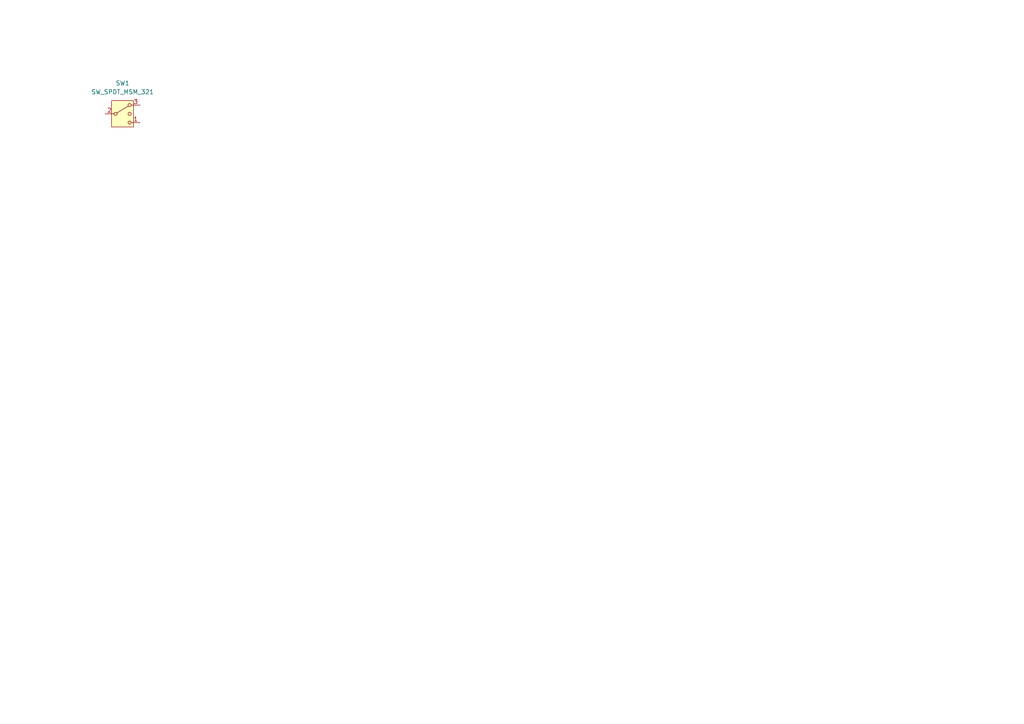
<source format=kicad_sch>
(kicad_sch (version 20250114) (generator "eeschema") (generator_version "9.0")
  (paper "A4")
  (title_block (title "RayineFly Overhead Panel - LT") (rev "dev") (company "UniiemElec"))
  (lib_symbols
    (symbol "Switch:SW_SPDT_MSM_321" (pin_names (offset 0) (hide yes))
      (property "Reference" "SW" (at 0 5.08 0))
      (property "Value" "SW_SPDT_MSM_321" (at 0 -5.08 0))
      (symbol "SW_SPDT_MSM_321_0_1"
        (circle (center -2.032 0) (radius 0.4572))
        (polyline (pts (xy -1.651 0.254) (xy 1.651 2.286)))
        (circle (center 2.032 2.54) (radius 0.4572))
        (circle (center 2.032 0) (radius 0.4572))
        (circle (center 2.032 -2.54) (radius 0.4572))
      )
      (symbol "SW_SPDT_MSM_321_1_1"
        (rectangle (start -3.175 3.81) (end 3.175 -3.81) (fill (type background)))
        (pin passive line (at -5.08 0 0) (length 2.54) (name "3") (number "2"))
        (pin passive line (at 5.08 2.54 180) (length 2.54) (name "4") (number "3"))
        (pin passive line (at 5.08 -2.54 180) (length 2.54) (name "1") (number "1"))
      )
    )
  )
  (symbol (lib_id "Switch:SW_SPDT_MSM_321") (at 35.56 33.02 0) (unit 1)
    (property "Reference" "SW1" (at 35.56 24.13 0))
    (property "Value" "SW_SPDT_MSM_321" (at 35.56 26.67 0))
    (property "Description" "Switch, single pole double throw, center OFF position" (effects (hide yes)))
  )
)
</source>
